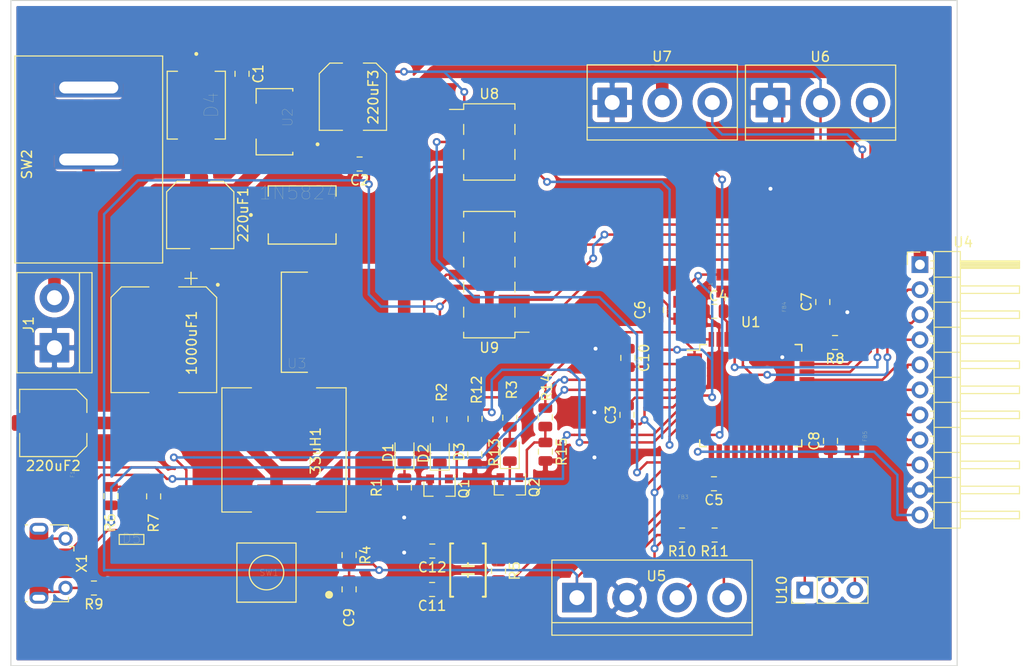
<source format=kicad_pcb>
(kicad_pcb (version 20211014) (generator pcbnew)
  (layers (0 "F.Cu" signal) (31 "B.Cu" signal) (34 "B.Paste" user) (35 "F.Paste" user) (36 "B.SilkS" user "B.Silkscreen") (37 "F.SilkS" user "F.Silkscreen") (38 "B.Mask" user) (39 "F.Mask" user) (44 "Edge.Cuts" user))
  (net 0 "")
  (net 1 "GND")
  (net 2 "/2596_VCC")
  (net 3 "Net-(1N5824-Pad1)")
  (net 4 "/SER_VCC")
  (net 5 "+5V")
  (net 6 "Net-(C4-Pad1)")
  (net 7 "Net-(C5-Pad2)")
  (net 8 "Net-(C6-Pad2)")
  (net 9 "Net-(C7-Pad2)")
  (net 10 "Net-(C8-Pad2)")
  (net 11 "Net-(C10-Pad2)")
  (net 12 "Net-(C11-Pad1)")
  (net 13 "Net-(C12-Pad1)")
  (net 14 "Net-(D1-Pad1)")
  (net 15 "Net-(D2-Pad2)")
  (net 16 "Net-(D2-Pad1)")
  (net 17 "Net-(D3-Pad2)")
  (net 18 "Net-(D3-Pad1)")
  (net 19 "Net-(D4-Pad1)")
  (net 20 "Net-(D5-Pad1)")
  (net 21 "Net-(D5-Pad3)")
  (net 22 "Net-(D5-Pad4)")
  (net 23 "Net-(D5-Pad5)")
  (net 24 "Net-(D5-Pad6)")
  (net 25 "VBUS")
  (net 26 "Net-(F1-Pad2)")
  (net 27 "Net-(J1-Pad2)")
  (net 28 "Net-(Q1-Pad1)")
  (net 29 "Net-(Q2-Pad1)")
  (net 30 "/~{RESET}")
  (net 31 "/D+")
  (net 32 "/D-")
  (net 33 "Net-(R8-Pad2)")
  (net 34 "Net-(R9-Pad2)")
  (net 35 "/CHA")
  (net 36 "/CHB")
  (net 37 "/PB0")
  (net 38 "/PE6")
  (net 39 "/A1")
  (net 40 "/A2")
  (net 41 "/TCK")
  (net 42 "/TMS")
  (net 43 "/TDO")
  (net 44 "/TDI")
  (net 45 "/ESC_PPM")
  (net 46 "/SERVO_PPM")
  (net 47 "/A3")
  (net 48 "/A4")
  (net 49 "/A5")
  (net 50 "/A6")
  (net 51 "/A7")
  (net 52 "/A8")
  (net 53 "/D0")
  (net 54 "/TX")
  (net 55 "/RX")
  (net 56 "/PWM_LINE")
  (net 57 "/MISO")
  (net 58 "/MOSI")
  (net 59 "/SCK")
  (net 60 "Net-(U9-Pad8)")
  (net 61 "Net-(U9-Pad7)")
  (net 62 "Net-(X1-Pad4)")
  (net 63 "Net-(SW1-Pad2)")
  (net 64 "Net-(SW1-Pad4)")
  (footprint "Capacitor_SMD:CP_Elec_10x10.5" (layer "F.Cu") (at 64.516 105.918 -90)
    (fp_text reference "1000uF1")
    (fp_text value "CP3")
  )
  (footprint "footprints:SS34_SMC" (layer "F.Cu") (at 78.55 93.26)
    (fp_text reference "1N5824")
    (fp_text value "D_Schottky")
  )
  (footprint "Capacitor_SMD:C_Elec_6.3x7.7" (layer "F.Cu") (at 68.21 93.26 -90)
    (fp_text reference "220uF1")
    (fp_text value "CP1")
  )
  (footprint "Capacitor_SMD:C_Elec_6.3x7.7" (layer "F.Cu") (at 53.3 114.36 180)
    (fp_text reference "220uF2")
    (fp_text value "CP4")
  )
  (footprint "Capacitor_SMD:C_Elec_6.3x7.7" (layer "F.Cu") (at 83.7 81.26 -90)
    (fp_text reference "220uF3")
    (fp_text value "CP2")
  )
  (footprint "Inductor_SMD:L_12x12mm_H8mm" (layer "F.Cu") (at 76.708 117.094 -90)
    (fp_text reference "33uH1")
    (fp_text value "INDUCTOR")
  )
  (footprint "Capacitor_SMD:C_0805_2012Metric" (layer "F.Cu") (at 72.45 78.94 -90)
    (fp_text reference "C1")
    (fp_text value "0.1uF")
  )
  (footprint "Capacitor_SMD:C_0805_2012Metric" (layer "F.Cu") (at 84.38 88.09 180)
    (fp_text reference "C2")
    (fp_text value "0.1uF")
  )
  (footprint "Capacitor_SMD:C_0805_2012Metric" (layer "F.Cu") (at 111.506 113.538 90)
    (fp_text reference "C3")
    (fp_text value "10uF")
  )
  (footprint "Capacitor_SMD:C_0805_2012Metric" (layer "F.Cu") (at 120.36 103.03 180)
    (fp_text reference "C4")
    (fp_text value "0.1uF")
  )
  (footprint "Capacitor_SMD:C_0805_2012Metric" (layer "F.Cu") (at 120.326 120.528 180)
    (fp_text reference "C5")
    (fp_text value "0.1uF")
  )
  (footprint "Capacitor_SMD:C_0805_2012Metric" (layer "F.Cu") (at 114.49 102.89 90)
    (fp_text reference "C6")
    (fp_text value "0.1uF")
  )
  (footprint "Capacitor_SMD:C_0805_2012Metric" (layer "F.Cu") (at 131.37 102.09 90)
    (fp_text reference "C7")
    (fp_text value "0.1uF")
  )
  (footprint "Capacitor_SMD:C_0805_2012Metric" (layer "F.Cu") (at 132.15 116.18 90)
    (fp_text reference "C8")
    (fp_text value "0.1uF")
  )
  (footprint "Capacitor_SMD:C_0805_2012Metric" (layer "F.Cu") (at 83.312 131.2395 90)
    (fp_text reference "C9")
    (fp_text value "0.1uF")
  )
  (footprint "Capacitor_SMD:C_0805_2012Metric" (layer "F.Cu") (at 111.59 107.76 -90)
    (fp_text reference "C10")
    (fp_text value "0.1uF")
  )
  (footprint "Capacitor_SMD:C_0805_2012Metric" (layer "F.Cu") (at 91.7325 131.256 180)
    (fp_text reference "C11")
    (fp_text value "22pF")
  )
  (footprint "Capacitor_SMD:C_0805_2012Metric" (layer "F.Cu") (at 91.75 127.356 180)
    (fp_text reference "C12")
    (fp_text value "22pF")
  )
  (footprint "LED_SMD:LED_0805_2012Metric" (layer "F.Cu") (at 88.932 117.378 90)
    (fp_text reference "D1")
    (fp_text value "PWR")
  )
  (footprint "LED_SMD:LED_0805_2012Metric" (layer "F.Cu") (at 92.514 117.4635 90)
    (fp_text reference "D2")
    (fp_text value "LED")
  )
  (footprint "LED_SMD:LED_0805_2012Metric" (layer "F.Cu") (at 99.614 117.296 90)
    (fp_text reference "D3")
    (fp_text value "LED")
  )
  (footprint "footprints:SS34_SMC" (layer "F.Cu") (at 67.81 82.12 -90)
    (fp_text reference "D4")
    (fp_text value "SS34")
  )
  (footprint "footprints:SC70-6" (layer "F.Cu") (at 61.242 126.178)
    (fp_text reference "D5")
    (fp_text value "SMF05C.TCT")
  )
  (footprint "footprints:FerriteBead" (layer "F.Cu") (at 55.88 121.666 -90)
    (fp_text reference "F1")
    (fp_text value "Polyfuse")
  )
  (footprint "footprints:FerriteBead" (layer "F.Cu") (at 121.31 100.17 90)
    (fp_text reference "FB1")
    (fp_text value "Ferrite")
  )
  (footprint "footprints:FerriteBead" (layer "F.Cu") (at 116.94 102.93 90)
    (fp_text reference "FB2")
    (fp_text value "Ferrite")
  )
  (footprint "footprints:FerriteBead" (layer "F.Cu") (at 116.736 120.558 180)
    (fp_text reference "FB3")
    (fp_text value "Ferrite")
  )
  (footprint "footprints:FerriteBead" (layer "F.Cu") (at 128.77 102.13 90)
    (fp_text reference "FB4")
    (fp_text value "Ferrite")
  )
  (footprint "footprints:FerriteBead" (layer "F.Cu") (at 134.33 116.18 -90)
    (fp_text reference "FB5")
    (fp_text value "Ferrite")
  )
  (footprint "footprints:FerriteBead" (layer "F.Cu") (at 113.94 107.79 90)
    (fp_text reference "FB6")
    (fp_text value "Ferrite")
  )
  (footprint "TerminalBlock:TerminalBlock_bornier-2_P5.08mm" (layer "F.Cu") (at 53.42 106.73 90)
    (fp_text reference "J1")
    (fp_text value "Conn_01x02_Female")
  )
  (footprint "Package_TO_SOT_SMD:SOT-23" (layer "F.Cu") (at 92.484 121.036 -90)
    (fp_text reference "Q1")
    (fp_text value "2N7002")
  )
  (footprint "Package_TO_SOT_SMD:SOT-23" (layer "F.Cu") (at 99.624 120.906 -90)
    (fp_text reference "Q2")
    (fp_text value "2N7002")
  )
  (footprint "Resistor_SMD:R_0805_2012Metric" (layer "F.Cu") (at 88.922 120.908 -90)
    (fp_text reference "R1")
    (fp_text value "1K")
  )
  (footprint "Resistor_SMD:R_0805_2012Metric" (layer "F.Cu") (at 92.524 113.996 -90)
    (fp_text reference "R2")
    (fp_text value "470")
  )
  (footprint "Resistor_SMD:R_0805_2012Metric" (layer "F.Cu") (at 99.614 113.826 -90)
    (fp_text reference "R3")
    (fp_text value "470")
  )
  (footprint "Resistor_SMD:R_0805_2012Metric" (layer "F.Cu") (at 83.312 127.762 -90)
    (fp_text reference "R4")
    (fp_text value "10k")
  )
  (footprint "Resistor_SMD:R_0805_2012Metric" (layer "F.Cu") (at 98.47 129.356 -90)
    (fp_text reference "R5")
    (fp_text value "1M")
  )
  (footprint "Resistor_SMD:R_0805_2012Metric" (layer "F.Cu") (at 59.152 121.778 90)
    (fp_text reference "R6")
    (fp_text value "22")
  )
  (footprint "Resistor_SMD:R_0805_2012Metric" (layer "F.Cu") (at 63.482 121.808 90)
    (fp_text reference "R7")
    (fp_text value "22")
  )
  (footprint "Resistor_SMD:R_0805_2012Metric" (layer "F.Cu") (at 132.61 106.2 180)
    (fp_text reference "R8")
    (fp_text value "10k")
  )
  (footprint "Resistor_SMD:R_0805_2012Metric" (layer "F.Cu") (at 57.424 131.106 180)
    (fp_text reference "R9")
    (fp_text value "22")
  )
  (footprint "Resistor_SMD:R_0805_2012Metric" (layer "F.Cu") (at 117.094 125.73 180)
    (fp_text reference "R10")
    (fp_text value "10k")
  )
  (footprint "Resistor_SMD:R_0805_2012Metric" (layer "F.Cu") (at 120.396 125.73 180)
    (fp_text reference "R11")
    (fp_text value "10k")
  )
  (footprint "Resistor_SMD:R_0805_2012Metric" (layer "F.Cu") (at 96.09 113.946 90)
    (fp_text reference "R12")
    (fp_text value "10")
  )
  (footprint "Resistor_SMD:R_0805_2012Metric" (layer "F.Cu") (at 96.06 117.536 -90)
    (fp_text reference "R13")
    (fp_text value "10K")
  )
  (footprint "Resistor_SMD:R_0805_2012Metric" (layer "F.Cu") (at 103.218 113.786 90)
    (fp_text reference "R14")
    (fp_text value "10")
  )
  (footprint "Resistor_SMD:R_0805_2012Metric" (layer "F.Cu") (at 103.228 117.276 -90)
    (fp_text reference "R15")
    (fp_text value "10K")
  )
  (footprint "footprints:ButtonFirst" (layer "F.Cu") (at 74.93 129.54 180)
    (fp_text reference "SW1")
    (fp_text value "ButtonFirst")
  )
  (footprint "footprints:TQFP-44_10x10mm_Pitch0.8mm" (layer "F.Cu") (at 124.06 111.58)
    (fp_text reference "U1")
    (fp_text value "ATMEGA32U4-AU")
  )
  (footprint "footprints:AMS1117" (layer "F.Cu") (at 75.74 83.8 90)
    (fp_text reference "U2")
    (fp_text value "AMS1117")
  )
  (footprint "footprints:LM2596S-5V" (layer "F.Cu") (at 78.994 104.14)
    (fp_text reference "U3")
    (fp_text value "LM2596S")
  )
  (footprint "TerminalBlock:TerminalBlock_bornier-4_P5.08mm" (layer "F.Cu") (at 106.426 132.08)
    (fp_text reference "U5")
    (fp_text value "ECD_BLOCK")
  )
  (footprint "TerminalBlock:TerminalBlock_bornier-3_P5.08mm" (layer "F.Cu") (at 126.062 81.864)
    (fp_text reference "U6")
    (fp_text value "ESC_BLOCK")
  )
  (footprint "TerminalBlock:TerminalBlock_bornier-3_P5.08mm" (layer "F.Cu") (at 110.002 81.844)
    (fp_text reference "U7")
    (fp_text value "SERVO_BLOCK")
  )
  (footprint "Connector_PinHeader_2.54mm:PinHeader_2x03_P2.54mm_Vertical_SMD" (layer "F.Cu") (at 97.536 85.852)
    (fp_text reference "U8")
    (fp_text value "CODE_INPUT")
  )
  (footprint "Connector_PinHeader_2.54mm:PinHeader_2x05_P2.54mm_Vertical_SMD" (layer "F.Cu") (at 97.536 99.314 180)
    (fp_text reference "U9")
    (fp_text value "JTAG")
  )
  (footprint "Connector_PinHeader_2.54mm:PinHeader_1x03_P2.54mm_Vertical" (layer "F.Cu") (at 129.54 131.318 90)
    (fp_text reference "U10")
    (fp_text value "UART_BLOCK")
  )
  (footprint "footprints:USB_Micro-B_Molex-105017-0001" (layer "F.Cu") (at 52.194 128.596 -90)
    (fp_text reference "X1")
    (fp_text value "USB_OTG")
  )
  (footprint "footprints:2-SMD-5X3" (layer "F.Cu") (at 95.37 129.286 -90)
    (fp_text reference "Y1")
    (fp_text value "Crystal")
  )
  (footprint "Connector_PinHeader_2.54mm:PinHeader_1x11_P2.54mm_Horizontal" (layer "F.Cu") (at 141.224 98.298)
    (fp_text reference "U4")
    (fp_text value "LINE_BLOCK")
  )
  (footprint "footprints:SwitchPush" (layer "F.Cu") (at 56.896 87.63 90)
    (fp_text reference "SW2")
    (fp_text value "SW_Push")
  )
  (gr_line (start 145 139) (end 49 139) (layer "Edge.Cuts") (width 0.1))
  (gr_line (start 145 71.5) (end 145 139) (layer "Edge.Cuts") (width 0.1))
  (gr_line (start 49 71.5) (end 145 71.5) (layer "Edge.Cuts") (width 0.1))
  (gr_line (start 49 139) (end 49 71.5) (layer "Edge.Cuts") (width 0.1))
  (segment (start 88.9 123.952) (end 88.9 123.952) (width 0.25) (layer "F.Cu") (net 1))
  (segment (start 126.062 90.6) (end 126.062 90.6) (width 0.25) (layer "F.Cu") (net 1))
  (segment (start 127.26 107.69) (end 127.26 107.69) (width 0.25) (layer "F.Cu") (net 1))
  (segment (start 108.3155 106.8225) (end 108.3155 106.8225) (width 0.25) (layer "F.Cu") (net 1))
  (segment (start 120.86 109.938) (end 121.666 110.744) (width 0.25) (layer "F.Cu") (net 1))
  (segment (start 129.76 116.105) (end 130.7725 117.1175) (width 0.25) (layer "F.Cu") (net 1))
  (segment (start 61.214 127.254) (end 61.214 130.302) (width 0.25) (layer "F.Cu") (net 1))
  (segment (start 118.36 110.78) (end 117.36 110.78) (width 0.25) (layer "F.Cu") (net 1))
  (segment (start 130.7725 117.1175) (end 131.45 117.1175) (width 0.25) (layer "F.Cu") (net 1))
  (segment (start 54.544 129.896) (end 58.268 129.896) (width 0.25) (layer "F.Cu") (net 1))
  (segment (start 58.3615 129.9895) (end 58.3615 131.106) (width 0.25) (layer "F.Cu") (net 1))
  (segment (start 88.9 122.355) (end 88.9 123.952) (width 0.25) (layer "F.Cu") (net 1))
  (segment (start 121.666 110.744) (end 122.46 111.538) (width 0.25) (layer "F.Cu") (net 1))
  (segment (start 112.2985 111.808) (end 111.506 112.6005) (width 0.25) (layer "F.Cu") (net 1))
  (segment (start 127.26 105.88) (end 127.26 107.194) (width 0.25) (layer "F.Cu") (net 1))
  (segment (start 88.922 122.333) (end 88.9 122.355) (width 0.25) (layer "F.Cu") (net 1))
  (segment (start 131.37 103.0275) (end 133.7615 103.0275) (width 0.25) (layer "F.Cu") (net 1))
  (segment (start 116.332 111.808) (end 112.2985 111.808) (width 0.25) (layer "F.Cu") (net 1))
  (segment (start 122.46 119.3315) (end 121.2635 120.528) (width 0.25) (layer "F.Cu") (net 1))
  (segment (start 88.922 121.8455) (end 88.922 122.333) (width 0.25) (layer "F.Cu") (net 1))
  (segment (start 122.438 115.58) (end 122.428 115.57) (width 0.25) (layer "F.Cu") (net 1))
  (segment (start 127.26 107.194) (end 127.26 107.69) (width 0.25) (layer "F.Cu") (net 1))
  (segment (start 122.46 117.28) (end 122.46 119.3315) (width 0.25) (layer "F.Cu") (net 1))
  (segment (start 127.26 105.88) (end 127.26 83.062) (width 0.25) (layer "F.Cu") (net 1))
  (segment (start 61.214 130.302) (end 60.41 131.106) (width 0.25) (layer "F.Cu") (net 1))
  (segment (start 120.86 104.59) (end 120.86 105.88) (width 0.25) (layer "F.Cu") (net 1))
  (segment (start 129.76 115.58) (end 122.438 115.58) (width 0.25) (layer "F.Cu") (net 1))
  (segment (start 61.242 127.128) (end 61.242 127.226) (width 0.25) (layer "F.Cu") (net 1))
  (segment (start 119.908027 103.515527) (end 119.908027 103.638027) (width 0.25) (layer "F.Cu") (net 1))
  (segment (start 129.76 115.58) (end 129.76 116.105) (width 0.25) (layer "F.Cu") (net 1))
  (segment (start 120.86 105.88) (end 120.86 109.938) (width 0.25) (layer "F.Cu") (net 1))
  (segment (start 119.4225 103.03) (end 119.908027 103.515527) (width 0.25) (layer "F.Cu") (net 1))
  (segment (start 118.36 110.78) (end 121.702 110.78) (width 0.25) (layer "F.Cu") (net 1))
  (segment (start 133.858 105.8895) (end 133.5475 106.2) (width 0.25) (layer "F.Cu") (net 1))
  (segment (start 119.908027 103.638027) (end 120.86 104.59) (width 0.25) (layer "F.Cu") (net 1))
  (segment (start 61.242 127.226) (end 61.214 127.254) (width 0.25) (layer "F.Cu") (net 1))
  (segment (start 126.062 81.864) (end 126.062 90.6) (width 0.25) (layer "F.Cu") (net 1))
  (segment (start 133.7615 103.0275) (end 133.858 103.124) (width 0.25) (layer "F.Cu") (net 1))
  (segment (start 58.268 129.896) (end 58.3615 129.9895) (width 0.25) (layer "F.Cu") (net 1))
  (segment (start 111.59 106.8225) (end 108.3155 106.8225) (width 0.25) (layer "F.Cu") (net 1))
  (segment (start 60.41 131.106) (end 58.3615 131.106) (width 0.25) (layer "F.Cu") (net 1))
  (segment (start 133.858 103.124) (end 133.858 105.8895) (width 0.25) (layer "F.Cu") (net 1))
  (segment (start 131.45 117.1175) (end 132.15 117.1175) (width 0.25) (layer "F.Cu") (net 1))
  (segment (start 121.702 110.78) (end 121.666 110.744) (width 0.25) (layer "F.Cu") (net 1))
  (segment (start 122.428 115.57) (end 122.46 117.28) (width 0.25) (layer "F.Cu") (net 1))
  (segment (start 117.36 110.78) (end 116.332 111.808) (width 0.25) (layer "F.Cu") (net 1))
  (segment (start 127.26 83.062) (end 126.062 81.864) (width 0.25) (layer "F.Cu") (net 1))
  (segment (start 122.46 111.538) (end 122.428 115.57) (width 0.25) (layer "F.Cu") (net 1))
  (via (at 88.9 127.508) (size 0.8) (drill 0.4) (layers "F.Cu" "B.Cu") (net 1))
  (via (at 127.26 107.69) (size 0.8) (drill 0.4) (layers "F.Cu" "B.Cu") (net 1))
  (via (at 88.9 123.952) (size 0.8) (drill 0.4) (layers "F.Cu" "B.Cu") (net 1))
  (via (at 126.062 90.6) (size 0.8) (drill 0.4) (layers "F.Cu" "B.Cu") (net 1))
  (via (at 133.858 103.124) (size 0.8) (drill 0.4) (layers "F.Cu" "B.Cu") (net 1))
  (via (at 108.3155 106.8225) (size 0.8) (drill 0.4) (layers "F.Cu" "B.Cu") (net 1))
  (via (at 108.204 117.856) (size 0.8) (drill 0.4) (layers "F.Cu" "B.Cu") (net 1))
  (via (at 108.204 113.284) (size 0.8) (drill 0.4) (layers "F.Cu" "B.Cu") (net 1))
  (segment (start 88.9 127.508) (end 88.9 127.508) (width 0.25) (layer "B.Cu") (net 1))
  (segment (start 133.858 103.124) (end 133.858 103.124) (width 0.25) (layer "B.Cu") (net 1))
  (segment (start 108.3155 106.8225) (end 108.3155 113.1725) (width 0.25) (layer "B.Cu") (net 1))
  (segment (start 126.062 90.6) (end 132.002 90.6) (width 0.25) (layer "B.Cu") (net 1))
  (segment (start 132.002 90.6) (end 133.858 92.456) (width 0.25) (layer "B.Cu") (net 1))
  (segment (start 108.204 113.284) (end 108.204 117.856) (width 0.25) (layer "B.Cu") (net 1))
  (segment (start 133.858 92.456) (end 133.858 103.124) (width 0.25) (layer "B.Cu") (net 1))
  (segment (start 132.594 107.69) (end 133.858 106.426) (width 0.25) (layer "B.Cu") (net 1))
  (segment (start 88.9 123.952) (end 88.9 127.508) (width 0.25) (layer "B.Cu") (net 1))
  (segment (start 108.3155 113.1725) (end 108.204 113.284) (width 0.25) (layer "B.Cu") (net 1))
  (segment (start 127.26 107.69) (end 132.594 107.69) (width 0.25) (layer "B.Cu") (net 1))
  (segment (start 133.858 106.426) (end 133.858 103.124) (width 0.25) (layer "B.Cu") (net 1))
  (segment (start 62.348 101.718) (end 64.516 101.718) (width 1.27) (layer "F.Cu") (net 2))
  (segment (start 75.88 86.67) (end 71.8275 90.7225) (width 1.27) (layer "F.Cu") (net 2))
  (segment (start 67.81 90.3225) (end 68.21 90.7225) (width 1.27) (layer "F.Cu") (net 2))
  (segment (start 78.39 78.01) (end 79.085 78.705) (width 1.27) (layer "F.Cu") (net 2))
  (segment (start 79.085 81.51) (end 77.16 81.51) (width 1.27) (layer "F.Cu") (net 2))
  (segment (start 65.494 100.74) (end 72.594 100.74) (width 1.27) (layer "F.Cu") (net 2))
  (segment (start 68.21 90.7225) (end 63.7095 90.7225) (width 1.27) (layer "F.Cu") (net 2))
  (segment (start 72.45 78.0025) (end 73.15 78.0025) (width 1.27) (layer "F.Cu") (net 2))
  (segment (start 61.214 100.584) (end 62.348 101.718) (width 1.27) (layer "F.Cu") (net 2))
  (segment (start 64.516 101.718) (end 65.494 100.74) (width 1.27) (layer "F.Cu") (net 2))
  (segment (start 71.8275 90.7225) (end 68.21 90.7225) (width 1.27) (layer "F.Cu") (net 2))
  (segment (start 77.16 81.51) (end 75.88 82.79) (width 1.27) (layer "F.Cu") (net 2))
  (segment (start 61.214 93.218) (end 61.214 100.584) (width 1.27) (layer "F.Cu") (net 2))
  (segment (start 79.085 78.705) (end 79.085 81.51) (width 1.27) (layer "F.Cu") (net 2))
  (segment (start 63.7095 90.7225) (end 61.214 93.218) (width 1.27) (layer "F.Cu") (net 2))
  (segment (start 67.81 85.575) (end 67.81 90.3225) (width 1.27) (layer "F.Cu") (net 2))
  (segment (start 73.15 78.0025) (end 73.1575 78.01) (width 1.27) (layer "F.Cu") (net 2))
  (segment (start 73.1575 78.01) (end 78.39 78.01) (width 1.27) (layer "F.Cu") (net 2))
  (segment (start 75.88 82.79) (end 75.88 86.67) (width 1.27) (layer "F.Cu") (net 2))
  (segment (start 75.759 102.44) (end 72.594 102.44) (width 1.27) (layer "F.Cu") (net 3))
  (segment (start 76.708 102.507) (end 76.708 112.144) (width 1.27) (layer "F.Cu") (net 3))
  (segment (start 76.2 97.225) (end 76.2 101.999) (width 1.27) (layer "F.Cu") (net 3))
  (segment (start 76.2 101.999) (end 76.708 102.507) (width 1.27) (layer "F.Cu") (net 3))
  (segment (start 75.095 96.12) (end 76.2 97.225) (width 1.27) (layer "F.Cu") (net 3))
  (segment (start 76.2 101.999) (end 75.759 102.44) (width 1.27) (layer "F.Cu") (net 3))
  (segment (start 75.095 93.26) (end 75.095 96.12) (width 1.27) (layer "F.Cu") (net 3))
  (segment (start 67.67 114.36) (end 70.926 114.36) (width 1.27) (layer "F.Cu") (net 4))
  (segment (start 72.594 105.84) (end 69.429 105.84) (width 1.27) (layer "F.Cu") (net 4))
  (segment (start 69.429 105.84) (end 67.67 107.599) (width 1.27) (layer "F.Cu") (net 4))
  (segment (start 83.058 113.538) (end 85.344 111.252) (width 1.27) (layer "F.Cu") (net 4))
  (segment (start 139.192 78.74) (end 141.224 80.772) (width 1.27) (layer "F.Cu") (net 4))
  (segment (start 79.502 119.38) (end 83.058 115.824) (width 1.27) (layer "F.Cu") (net 4))
  (segment (start 75.946 119.38) (end 79.502 119.38) (width 1.27) (layer "F.Cu") (net 4))
  (segment (start 88.138 111.252) (end 88.9 110.49) (width 1.27) (layer "F.Cu") (net 4))
  (segment (start 75.946 119.38) (end 75.946 121.282) (width 1.27) (layer "F.Cu") (net 4))
  (segment (start 88.9 110.49) (end 88.9 81.788) (width 1.27) (layer "F.Cu") (net 4))
  (segment (start 115.082 79.72268) (end 115.082 81.844) (width 1.27) (layer "F.Cu") (net 4))
  (segment (start 67.67 107.599) (end 67.67 114.36) (width 1.27) (layer "F.Cu") (net 4))
  (segment (start 83.058 115.824) (end 83.058 113.538) (width 1.27) (layer "F.Cu") (net 4))
  (segment (start 114.09932 78.74) (end 139.192 78.74) (width 1.27) (layer "F.Cu") (net 4))
  (segment (start 70.926 114.36) (end 75.946 119.38) (width 1.27) (layer "F.Cu") (net 4))
  (segment (start 88.9 81.788) (end 91.948 78.74) (width 1.27) (layer "F.Cu") (net 4))
  (segment (start 141.224 80.772) (end 141.224 98.298) (width 1.27) (layer "F.Cu") (net 4))
  (segment (start 75.946 121.282) (end 76.708 122.044) (width 1.27) (layer "F.Cu") (net 4))
  (segment (start 114.09932 78.74) (end 115.082 79.72268) (width 1.27) (layer "F.Cu") (net 4))
  (segment (start 67.67 114.36) (end 55.8375 114.36) (width 1.27) (layer "F.Cu") (net 4))
  (segment (start 91.948 78.74) (end 114.09932 78.74) (width 1.27) (layer "F.Cu") (net 4))
  (segment (start 85.344 111.252) (end 88.138 111.252) (width 1.27) (layer "F.Cu") (net 4))
  (segment (start 88.8825 78.7225) (end 88.8825 78.7225) (width 0.25) (layer "F.Cu") (net 5))
  (segment (start 85.3175 90.1435) (end 85.3175 90.1435) (width 0.25) (layer "F.Cu") (net 5))
  (segment (start 114.3 127.099) (end 114.3 134.112) (width 0.25) (layer "F.Cu") (net 5))
  (segment (start 92.524 102.548) (end 92.524 112.571) (width 0.25) (layer "F.Cu") (net 5))
  (segment (start 116.586 106.934) (end 116.586 106.934) (width 0.25) (layer "F.Cu") (net 5))
  (segment (start 118.732 99.428) (end 118.85 99.31) (width 0.25) (layer "F.Cu") (net 5))
  (segment (start 113.284 114.046) (end 112.8545 114.4755) (width 0.25) (layer "F.Cu") (net 5))
  (segment (start 116.94 101.22) (end 118.732 99.428) (width 0.25) (layer "F.Cu") (net 5))
  (segment (start 85.3175 88.09) (end 85.3175 90.1435) (width 0.25) (layer "F.Cu") (net 5))
  (segment (start 81.33 82.46) (end 81.33 85.12) (width 0.25) (layer "F.Cu") (net 5))
  (segment (start 79.085 83.8) (end 79.99 83.8) (width 0.25) (layer "F.Cu") (net 5))
  (segment (start 94.996 80.772) (end 94.996 83.297) (width 0.25) (layer "F.Cu") (net 5))
  (segment (start 117.36 111.58) (end 116.164 112.776) (width 0.25) (layer "F.Cu") (net 5))
  (segment (start 110.744 129.54) (end 106.934 129.54) (width 0.25) (layer "F.Cu") (net 5))
  (segment (start 119.4585 133.7795) (end 119.4585 125.73) (width 0.25) (layer "F.Cu") (net 5))
  (segment (start 120.325 99.31) (end 121.31 99.31) (width 0.25) (layer "F.Cu") (net 5))
  (segment (start 114.3 127.099) (end 114.3 127.099) (width 0.25) (layer "F.Cu") (net 5))
  (segment (start 116.1565 125.73) (end 115.669 125.73) (width 0.25) (layer "F.Cu") (net 5))
  (segment (start 135.382 135.128) (end 118.11 135.128) (width 0.25) (layer "F.Cu") (net 5))
  (segment (start 128.77 99.83) (end 128.77 101.27) (width 0.25) (layer "F.Cu") (net 5))
  (segment (start 83.7 78.7225) (end 84.5 78.7225) (width 0.25) (layer "F.Cu") (net 5))
  (segment (start 81.33 82.46) (end 81.33 79.49) (width 0.25) (layer "F.Cu") (net 5))
  (segment (start 114.554 125.73) (end 110.744 129.54) (width 0.25) (layer "F.Cu") (net 5))
  (segment (start 98.4855 111.76) (end 99.614 112.8885) (width 0.25) (layer "F.Cu") (net 5))
  (segment (start 112.8545 114.4755) (end 111.506 114.4755) (width 0.25) (layer "F.Cu") (net 5))
  (segment (start 85.7735 128.6995) (end 86.36 129.286) (width 0.25) (layer "F.Cu") (net 5))
  (segment (start 131.142 81.864) (end 131.142 97.458) (width 0.25) (layer "F.Cu") (net 5))
  (segment (start 92.524 112.571) (end 93.335 111.76) (width 0.25) (layer "F.Cu") (net 5))
  (segment (start 114.925 106.93) (end 114.929 106.934) (width 0.25) (layer "F.Cu") (net 5))
  (segment (start 92.524 102.516) (end 92.524 102.548) (width 0.25) (layer "F.Cu") (net 5))
  (segment (start 83.312 128.6995) (end 83.312 130.302) (width 0.25) (layer "F.Cu") (net 5))
  (segment (start 82.0975 78.7225) (end 83.7 78.7225) (width 0.25) (layer "F.Cu") (net 5))
  (segment (start 93.186 101.854) (end 92.524 102.516) (width 0.25) (layer "F.Cu") (net 5))
  (segment (start 106.934 129.54) (end 106.426 130.048) (width 0.25) (layer "F.Cu") (net 5))
  (segment (start 134.33 117.04) (end 134.33 117.89) (width 0.25) (layer "F.Cu") (net 5))
  (segment (start 94.996 83.297) (end 95.011 83.312) (width 0.25) (layer "F.Cu") (net 5))
  (segment (start 88.932 114.776) (end 90.6495 113.0585) (width 0.25) (layer "F.Cu") (net 5))
  (segment (start 85.02 86.49) (end 85.3175 86.7875) (width 0.25) (layer "F.Cu") (net 5))
  (segment (start 113.284 112.776) (end 113.284 114.046) (width 0.25) (layer "F.Cu") (net 5))
  (segment (start 118.36 111.58) (end 117.36 111.58) (width 0.25) (layer "F.Cu") (net 5))
  (segment (start 115.154 120.558) (end 114.3 121.412) (width 0.25) (layer "F.Cu") (net 5))
  (segment (start 114.929 106.934) (end 116.586 106.934) (width 0.25) (layer "F.Cu") (net 5))
  (segment (start 118.11 135.128) (end 119.4585 133.7795) (width 0.25) (layer "F.Cu") (net 5))
  (segment (start 83.312 128.6995) (end 85.7735 128.6995) (width 0.25) (layer "F.Cu") (net 5))
  (segment (start 95.011 101.854) (end 93.186 101.854) (width 0.25) (layer "F.Cu") (net 5))
  (segment (start 136.906 133.604) (end 135.382 135.128) (width 0.25) (layer "F.Cu") (net 5))
  (segment (start 85.3175 86.7875) (end 85.3175 88.09) (width 0.25) (layer "F.Cu") (net 5))
  (segment (start 81.33 85.12) (end 82.7 86.49) (width 0.25) (layer "F.Cu") (net 5))
  (segment (start 92.524 112.571) (end 92.524 113.0585) (width 0.25) (layer "F.Cu") (net 5))
  (segment (start 116.94 102.07) (end 116.94 101.22) (width 0.25) (layer "F.Cu") (net 5))
  (segment (start 118.85 99.31) (end 120.325 99.31) (width 0.25) (layer "F.Cu") (net 5))
  (segment (start 118.36 111.58) (end 119.962 111.58) (width 0.25) (layer "F.Cu") (net 5))
  (segment (start 106.426 130.048) (end 106.426 132.08) (width 0.25) (layer "F.Cu") (net 5))
  (segment (start 134.33 117.89) (end 136.906 120.466) (width 0.25) (layer "F.Cu") (net 5))
  (segment (start 119.962 111.58) (end 120.142 111.76) (width 0.25) (layer "F.Cu") (net 5))
  (segment (start 84.5 78.7225) (end 84.5175 78.74) (width 0.25) (layer "F.Cu") (net 5))
  (segment (start 93.335 111.76) (end 98.4855 111.76) (width 0.25) (layer "F.Cu") (net 5))
  (segment (start 113.94 106.93) (end 114.925 106.93) (width 0.25) (layer "F.Cu") (net 5))
  (segment (start 131.142 97.458) (end 128.77 99.83) (width 0.25) (layer "F.Cu") (net 5))
  (segment (start 115.669 125.73) (end 114.3 127.099) (width 0.25) (layer "F.Cu") (net 5))
  (segment (start 136.906 120.466) (end 136.906 133.604) (width 0.25) (layer "F.Cu") (net 5))
  (segment (start 83.7 78.7225) (end 88.8825 78.7225) (width 0.25) (layer "F.Cu") (net 5))
  (segment (start 79.99 83.8) (end 81.33 82.46) (width 0.25) (layer "F.Cu") (net 5))
  (segment (start 115.876 120.558) (end 115.154 120.558) (width 0.25) (layer "F.Cu") (net 5))
  (segment (start 81.33 79.49) (end 82.0975 78.7225) (width 0.25) (layer "F.Cu") (net 5))
  (segment (start 115.316 135.128) (end 118.11 135.128) (width 0.25) (layer "F.Cu") (net 5))
  (segment (start 116.1565 125.73) (end 114.554 125.73) (width 0.25) (layer "F.Cu") (net 5))
  (segment (start 116.164 112.776) (end 113.284 112.776) (width 0.25) (layer "F.Cu") (net 5))
  (segment (start 114.3 134.112) (end 115.316 135.128) (width 0.25) (layer "F.Cu") (net 5))
  (segment (start 88.932 116.4405) (end 88.932 114.776) (width 0.25) (layer "F.Cu") (net 5))
  (segment (start 90.6495 113.0585) (end 92.524 113.0585) (width 0.25) (layer "F.Cu") (net 5))
  (segment (start 82.7 86.49) (end 85.02 86.49) (width 0.25) (layer "F.Cu") (net 5))
  (via (at 86.36 129.286) (size 0.8) (drill 0.4) (layers "F.Cu" "B.Cu") (net 5))
  (via (at 113.284 114.046) (size 0.8) (drill 0.4) (layers "F.Cu" "B.Cu") (net 5))
  (via (at 120.142 111.76) (size 0.8) (drill 0.4) (layers "F.Cu" "B.Cu") (net 5))
  (via (at 116.586 106.934) (size 0.8) (drill 0.4) (layers "F.Cu" "B.Cu") (net 5))
  (via (at 114.3 121.412) (size 0.8) (drill 0.4) (layers "F.Cu" "B.Cu") (net 5))
  (via (at 114.3 127.099) (size 0.8) (drill 0.4) (layers "F.Cu" "B.Cu") (net 5))
  (via (at 88.8825 78.7225) (size 0.8) (drill 0.4) (layers "F.Cu" "B.Cu") (net 5))
  (via (at 118.732 99.428) (size 0.8) (drill 0.4) (layers "F.Cu" "B.Cu") (net 5))
  (via (at 92.524 102.548) (size 0.8) (drill 0.4) (layers "F.Cu" "B.Cu") (net 5))
  (via (at 94.996 80.772) (size 0.8) (drill 0.4) (layers "F.Cu" "B.Cu") (net 5))
  (via (at 85.3175 90.1435) (size 0.8) (drill 0.4) (layers "F.Cu" "B.Cu") (net 5))
  (segment (start 94.996 80.772) (end 94.996 80.772) (width 0.25) (layer "B.Cu") (net 5))
  (segment (start 114.3 121.412) (end 114.3 121.412) (width 0.25) (layer "B.Cu") (net 5))
  (segment (start 113.284 114.046) (end 113.284 114.046) (width 0.25) (layer "B.Cu") (net 5))
  (segment (start 86.36 129.286) (end 105.918 129.286) (width 0.25) (layer "B.Cu") (net 5))
  (segment (start 120.142 111.76) (end 120.142 111.76) (width 0.25) (layer "B.Cu") (net 5))
  (segment (start 88.8825 78.7225) (end 92.9465 78.7225) (width 0.25) (layer "B.Cu") (net 5))
  (segment (start 114.3 115.062) (end 113.284 114.046) (width 0.25) (layer "B.Cu") (net 5))
  (segment (start 120.142 107.95) (end 120.142 111.76) (width 0.25) (layer "B.Cu") (net 5))
  (segment (start 119.126 106.934) (end 120.142 107.95) (width 0.25) (layer "B.Cu") (net 5))
  (segment (start 85.3175 90.1435) (end 84.917501 89.743501) (width 0.25) (layer "B.Cu") (net 5))
  (segment (start 85.3175 101.3195) (end 85.3175 90.1435) (width 0.25) (layer "B.Cu") (net 5))
  (segment (start 86.546 102.548) (end 85.3175 101.3195) (width 0.25) (layer "B.Cu") (net 5))
  (segment (start 92.9465 78.7225) (end 94.996 80.772) (width 0.25) (layer "B.Cu") (net 5))
  (segment (start 105.918 129.286) (end 106.426 129.794) (width 0.25) (layer "B.Cu") (net 5))
  (segment (start 116.586 106.934) (end 119.126 106.934) (width 0.25) (layer "B.Cu") (net 5))
  (segment (start 88.8825 78.7225) (end 130.2845 78.7225) (width 0.25) (layer "B.Cu") (net 5))
  (segment (start 118.732 99.428) (end 118.732 99.993685) (width 0.25) (layer "B.Cu") (net 5))
  (segment (start 58.456999 93.181001) (end 58.456999 129.322999) (width 0.25) (layer "B.Cu") (net 5))
  (segment (start 106.426 129.794) (end 106.426 132.08) (width 0.25) (layer "B.Cu") (net 5))
  (segment (start 58.456999 129.322999) (end 58.493998 129.286) (width 0.25) (layer "B.Cu") (net 5))
  (segment (start 118.732 99.993685) (end 120.142 101.403685) (width 0.25) (layer "B.Cu") (net 5))
  (segment (start 92.524 102.548) (end 86.546 102.548) (width 0.25) (layer "B.Cu") (net 5))
  (segment (start 120.142 101.403685) (end 120.142 107.95) (width 0.25) (layer "B.Cu") (net 5))
  (segment (start 131.142 79.58) (end 131.142 81.864) (width 0.25) (layer "B.Cu") (net 5))
  (segment (start 114.3 127.099) (end 114.3 121.412) (width 0.25) (layer "B.Cu") (net 5))
  (segment (start 58.493998 129.286) (end 86.36 129.286) (width 0.25) (layer "B.Cu") (net 5))
  (segment (start 130.2845 78.7225) (end 131.142 79.58) (width 0.25) (layer "B.Cu") (net 5))
  (segment (start 61.894499 89.743501) (end 58.456999 93.181001) (width 0.25) (layer "B.Cu") (net 5))
  (segment (start 84.917501 89.743501) (end 61.894499 89.743501) (width 0.25) (layer "B.Cu") (net 5))
  (segment (start 114.3 121.412) (end 114.3 115.062) (width 0.25) (layer "B.Cu") (net 5))
  (segment (start 121.2975 103.03) (end 121.2975 103.73) (width 0.25) (layer "F.Cu") (net 6))
  (segment (start 121.31 103.0175) (end 121.2975 103.03) (width 0.25) (layer "F.Cu") (net 6))
  (segment (start 121.31 101.03) (end 121.31 103.0175) (width 0.25) (layer "F.Cu") (net 6))
  (segment (start 121.66 104.0925) (end 121.66 105.88) (width 0.25) (layer "F.Cu") (net 6))
  (segment (start 121.2975 103.73) (end 121.66 104.0925) (width 0.25) (layer "F.Cu") (net 6))
  (segment (start 119.3585 120.558) (end 119.3885 120.528) (width 0.25) (layer "F.Cu") (net 7))
  (segment (start 121.66 117.28) (end 121.66 118.28) (width 0.25) (layer "F.Cu") (net 7))
  (segment (start 120.3725 119.544) (end 119.3885 120.528) (width 0.25) (layer "F.Cu") (net 7))
  (segment (start 121.66 118.28) (end 120.396 119.544) (width 0.25) (layer "F.Cu") (net 7))
  (segment (start 117.596 120.558) (end 119.3585 120.558) (width 0.25) (layer "F.Cu") (net 7))
  (segment (start 120.396 119.544) (end 120.3725 119.544) (width 0.25) (layer "F.Cu") (net 7))
  (segment (start 114.49 101.9525) (end 115.19 101.9525) (width 0.25) (layer "F.Cu") (net 8))
  (segment (start 119.535 105.88) (end 120.06 105.88) (width 0.25) (layer "F.Cu") (net 8))
  (segment (start 115.67 103.505) (end 115.955 103.79) (width 0.25) (layer "F.Cu") (net 8))
  (segment (start 115.19 101.9525) (end 115.67 102.4325) (width 0.25) (layer "F.Cu") (net 8))
  (segment (start 118.18 105.88) (end 119.535 105.88) (width 0.25) (layer "F.Cu") (net 8))
  (segment (start 115.67 102.4325) (end 115.67 103.505) (width 0.25) (layer "F.Cu") (net 8))
  (segment (start 116.94 104.64) (end 118.18 105.88) (width 0.25) (layer "F.Cu") (net 8))
  (segment (start 115.955 103.79) (end 116.94 103.79) (width 0.25) (layer "F.Cu") (net 8))
  (segment (start 116.94 103.79) (end 116.94 104.64) (width 0.25) (layer "F.Cu") (net 8))
  (segment (start 129.755 102.99) (end 130.13 102.615) (width 0.25) (layer "F.Cu") (net 9))
  (segment (start 128.77 105.695) (end 128.77 103.84) (width 0.25) (layer "F.Cu") (net 9))
  (segment (start 128.77 102.99) (end 129.755 102.99) (width 0.25) (layer "F.Cu") (net 9))
  (segment (start 128.06 105.88) (end 128.585 105.88) (width 0.25) (layer "F.Cu") (net 9))
  (segment (start 130.13 101.49) (end 130.4675 101.1525) (width 0.25) (layer "F.Cu") (net 9))
  (segment (start 130.13 102.615) (end 130.13 101.49) (width 0.25) (layer "F.Cu") (net 9))
  (segment (start 128.585 105.88) (end 128.77 105.695) (width 0.25) (layer "F.Cu") (net 9))
  (segment (start 130.4675 101.1525) (end 131.37 101.1525) (width 0.25) (layer "F.Cu") (net 9))
  (segment (start 128.77 103.84) (end 128.77 102.99) (width 0.25) (layer "F.Cu") (net 9))
  (segment (start 131.6875 114.78) (end 132.15 115.2425) (width 0.25) (layer "F.Cu") (net 10))
  (segment (start 129.76 114.78) (end 131.6875 114.78) (width 0.25) (layer "F.Cu") (net 10))
  (segment (start 134.2525 115.2425) (end 134.33 115.32) (width 0.25) (layer "F.Cu") (net 10))
  (segment (start 132.15 115.2425) (end 134.2525 115.2425) (width 0.25) (layer "F.Cu") (net 10))
  (segment (start 111.6375 108.65) (end 111.59 108.6975) (width 0.25) (layer "F.Cu") (net 11))
  (segment (start 113.94 108.65) (end 111.6375 108.65) (width 0.25) (layer "F.Cu") (net 11))
  (segment (start 118.36 108.38) (end 114.21 108.38) (width 0.25) (layer "F.Cu") (net 11))
  (segment (start 114.21 108.38) (end 113.94 108.65) (width 0.25) (layer "F.Cu") (net 11))
  (segment (start 102.362 127.762) (end 100.33 129.794) (width 0.25) (layer "F.Cu") (net 12))
  (segment (start 124.06 117.28) (end 124.06 121.05) (width 0.25) (layer "F.Cu") (net 12))
  (segment (start 115.824 123.444) (end 111.506 127.762) (width 0.25) (layer "F.Cu") (net 12))
  (segment (start 121.666 123.444) (end 115.824 123.444) (width 0.25) (layer "F.Cu") (net 12))
  (segment (start 96.82 131.286) (end 95.37 131.286) (width 0.25) (layer "F.Cu") (net 12))
  (segment (start 100.0845 130.2935) (end 98.47 130.2935) (width 0.25) (layer "F.Cu") (net 12))
  (segment (start 98.47 130.2935) (end 98.47 130.781) (width 0.25) (layer "F.Cu") (net 12))
  (segment (start 92.7 131.286) (end 92.67 131.256) (width 0.25) (layer "F.Cu") (net 12))
  (segment (start 95.37 131.286) (end 92.7 131.286) (width 0.25) (layer "F.Cu") (net 12))
  (segment (start 100.33 129.794) (end 100.33 130.048) (width 0.25) (layer "F.Cu") (net 12))
  (segment (start 124.06 121.05) (end 121.666 123.444) (width 0.25) (layer "F.Cu") (net 12))
  (segment (start 97.965 131.286) (end 96.82 131.286) (width 0.25) (layer "F.Cu") (net 12))
  (segment (start 98.47 130.781) (end 97.965 131.286) (width 0.25) (layer "F.Cu") (net 12))
  (segment (start 111.506 127.762) (end 102.362 127.762) (width 0.25) (layer "F.Cu") (net 12))
  (segment (start 100.33 130.048) (end 100.0845 130.2935) (width 0.25) (layer "F.Cu") (net 12))
  (segment (start 101.854 127) (end 100.4355 128.4185) (width 0.25) (layer "F.Cu") (net 13))
  (segment (start 96.82 127.286) (end 95.37 127.286) (width 0.25) (layer "F.Cu") (net 13))
  (segment (start 98.47 127.931) (end 97.825 127.286) (width 0.25) (layer "F.Cu") (net 13))
  (segment (start 123.26 117.28) (end 123.26 120.58) (width 0.25) (layer "F.Cu") (net 13))
  (segment (start 97.825 127.286) (end 96.82 127.286) (width 0.25) (layer "F.Cu") (net 13))
  (segment (start 115.57 122.682) (end 111.252 127) (width 0.25) (layer "F.Cu") (net 13))
  (segment (start 95.37 127.286) (end 92.7575 127.286) (width 0.25) (layer "F.Cu") (net 13))
  (segment (start 123.26 120.58) (end 121.158 122.682) (width 0.25) (layer "F.Cu") (net 13))
  (segment (start 121.158 122.682) (end 115.57 122.682) (width 0.25) (layer "F.Cu") (net 13))
  (segment (start 98.47 128.4185) (end 98.47 127.931) (width 0.25) (layer "F.Cu") (net 13))
  (segment (start 111.252 127) (end 101.854 127) (width 0.25) (layer "F.Cu") (net 13))
  (segment (start 100.4355 128.4185) (end 98.47 128.4185) (width 0.25) (layer "F.Cu") (net 13))
  (segment (start 92.7575 127.286) (end 92.6875 127.356) (width 0.25) (layer "F.Cu") (net 13))
  (segment (start 88.932 119.9605) (end 88.922 119.9705) (width 0.25) (layer "F.Cu") (net 14))
  (segment (start 88.932 118.3155) (end 88.932 119.9605) (width 0.25) (layer "F.Cu") (net 14))
  (segment (start 92.524 116.516) (end 92.514 116.526) (width 0.25) (layer "F.Cu") (net 15))
  (segment (start 92.524 114.9335) (end 92.524 116.516) (width 0.25) (layer "F.Cu") (net 15))
  (segment (start 92.514 118.401) (end 92.514 122.006) (width 0.25) (layer "F.Cu") (net 16))
  (segment (start 92.514 122.006) (end 92.484 122.036) (width 0.25) (layer "F.Cu") (net 16))
  (segment (start 99.614 114.7635) (end 99.614 116.3585) (width 0.25) (layer "F.Cu") (net 17))
  (segment (start 99.614 121.896) (end 99.624 121.906) (width 0.25) (layer "F.Cu") (net 18))
  (segment (start 99.614 118.2335) (end 99.614 121.896) (width 0.25) (layer "F.Cu") (net 18))
  (segment (start 56.88 78.75) (end 56.965 78.665) (width 1.27) (layer "F.Cu") (net 19))
  (segment (start 56.88 80.52) (end 56.88 78.75) (width 1.27) (layer "F.Cu") (net 19))
  (segment (start 64.95 78.665) (end 67.81 78.665) (width 1.27) (layer "F.Cu") (net 19))
  (segment (start 56.965 78.665) (end 64.95 78.665) (width 1.27) (layer "F.Cu") (net 19))
  (segment (start 57.404 125.896002) (end 57.404 120.396) (width 0.25) (layer "F.Cu") (net 22))
  (segment (start 63.482 120.8705) (end 62.5175 120.8705) (width 0.25) (layer "F.Cu") (net 22))
  (segment (start 55.354002 127.946) (end 57.404 125.896002) (width 0.25) (layer "F.Cu") (net 22))
  (segment (start 57.404 120.396) (end 58.166 119.634) (width 0.25) (layer "F.Cu") (net 22))
  (segment (start 63.482 120.124) (end 63.482 120.8705) (width 0.25) (layer "F.Cu") (net 22))
  (segment (start 61.892 121.496) (end 61.892 125.228) (width 0.25) (layer "F.Cu") (net 22))
  (segment (start 58.166 119.634) (end 62.992 119.634) (width 0.25) (layer "F.Cu") (net 22))
  (segment (start 62.5175 120.8705) (end 61.892 121.496) (width 0.25) (layer "F.Cu") (net 22))
  (segment (start 54.544 127.946) (end 55.354002 127.946) (width 0.25) (layer "F.Cu") (net 22))
  (segment (start 62.992 119.634) (end 63.482 120.124) (width 0.25) (layer "F.Cu") (net 22))
  (segment (start 60.592 121.298) (end 60.592 125.228) (width 0.25) (layer "F.Cu") (net 24))
  (segment (start 59.152 120.8405) (end 60.1345 120.8405) (width 0.25) (layer "F.Cu") (net 24))
  (segment (start 60.1345 120.8405) (end 60.592 121.298) (width 0.25) (layer "F.Cu") (net 24))
  (segment (start 55.469 128.596) (end 58.843 125.222) (width 0.25) (layer "F.Cu") (net 24))
  (segment (start 58.843 125.222) (end 58.849 125.228) (width 0.25) (layer "F.Cu") (net 24))
  (segment (start 58.849 125.228) (end 60.592 125.228) (width 0.25) (layer "F.Cu") (net 24))
  (segment (start 54.544 128.596) (end 55.469 128.596) (width 0.25) (layer "F.Cu") (net 24))
  (segment (start 105.41 115.57) (end 105.41 115.57) (width 0.25) (layer "F.Cu") (net 25))
  (segment (start 56.388 118.872) (end 55.88 119.38) (width 0.25) (layer "F.Cu") (net 25))
  (segment (start 118.36 112.38) (end 117.36 112.38) (width 0.25) (layer "F.Cu") (net 25))
  (segment (start 65.386001 120.033999) (end 64.820316 120.033999) (width 0.25) (layer "F.Cu") (net 25))
  (segment (start 55.88 119.38) (end 55.88 120.806) (width 0.25) (layer "F.Cu") (net 25))
  (segment (start 64.820316 120.033999) (end 63.658317 118.872) (width 0.25) (layer "F.Cu") (net 25))
  (segment (start 63.658317 118.872) (end 56.388 118.872) (width 0.25) (layer "F.Cu") (net 25))
  (segment (start 117.36 112.38) (end 114.17 115.57) (width 0.25) (layer "F.Cu") (net 25))
  (segment (start 106.172 115.57) (end 105.41 115.57) (width 0.25) (layer "F.Cu") (net 25))
  (segment (start 114.17 115.57) (end 106.172 115.57) (width 0.25) (layer "F.Cu") (net 25))
  (via (at 105.41 115.57) (size 0.8) (drill 0.4) (layers "F.Cu" "B.Cu") (net 25))
  (via (at 65.386001 120.033999) (size 0.8) (drill 0.4) (layers "F.Cu" "B.Cu") (net 25))
  (segment (start 65.386001 120.033999) (end 65.169999 120.033999) (width 0.25) (layer "B.Cu") (net 25))
  (segment (start 105.010001 120.033999) (end 65.386001 120.033999) (width 0.25) (layer "B.Cu") (net 25))
  (segment (start 105.010001 115.969999) (end 105.010001 120.033999) (width 0.25) (layer "B.Cu") (net 25))
  (segment (start 105.41 115.57) (end 105.010001 115.969999) (width 0.25) (layer "B.Cu") (net 25))
  (segment (start 55.88 126.435) (end 55.019 127.296) (width 0.25) (layer "F.Cu") (net 26))
  (segment (start 55.88 122.526) (end 55.88 126.435) (width 0.25) (layer "F.Cu") (net 26))
  (segment (start 55.019 127.296) (end 54.544 127.296) (width 0.25) (layer "F.Cu") (net 26))
  (segment (start 56.88 87.82) (end 56.88 89.59) (width 1.27) (layer "F.Cu") (net 27))
  (segment (start 53.42 93.05) (end 53.42 101.65) (width 1.27) (layer "F.Cu") (net 27))
  (segment (start 56.88 89.59) (end 53.42 93.05) (width 1.27) (layer "F.Cu") (net 27))
  (segment (start 94.084 120.036) (end 93.434 120.036) (width 0.25) (layer "F.Cu") (net 28))
  (segment (start 96.09 116.5685) (end 96.06 116.5985) (width 0.25) (layer "F.Cu") (net 28))
  (segment (start 96.09 114.8835) (end 96.09 116.5685) (width 0.25) (layer "F.Cu") (net 28))
  (segment (start 96.06 116.5985) (end 94.9835 116.5985) (width 0.25) (layer "F.Cu") (net 28))
  (segment (start 94.9835 116.5985) (end 94.234 117.348) (width 0.25) (layer "F.Cu") (net 28))
  (segment (start 94.234 119.886) (end 94.084 120.036) (width 0.25) (layer "F.Cu") (net 28))
  (segment (start 94.234 117.348) (end 94.234 119.886) (width 0.25) (layer "F.Cu") (net 28))
  (segment (start 101.224 119.906) (end 100.574 119.906) (width 0.25) (layer "F.Cu") (net 29))
  (segment (start 101.346 117.094) (end 101.346 119.784) (width 0.25) (layer "F.Cu") (net 29))
  (segment (start 103.218 114.7235) (end 103.218 116.3285) (width 0.25) (layer "F.Cu") (net 29))
  (segment (start 101.346 119.784) (end 101.224 119.906) (width 0.25) (layer "F.Cu") (net 29))
  (segment (start 102.1015 116.3385) (end 101.346 117.094) (width 0.25) (layer "F.Cu") (net 29))
  (segment (start 103.228 116.3385) (end 102.1015 116.3385) (width 0.25) (layer "F.Cu") (net 29))
  (segment (start 103.218 116.3285) (end 103.228 116.3385) (width 0.25) (layer "F.Cu") (net 29))
  (segment (start 88.646 113.538) (end 87.122 113.538) (width 0.25) (layer "F.Cu") (net 30))
  (segment (start 108.712 125.476) (end 84.6605 125.476) (width 0.25) (layer "F.Cu") (net 30))
  (segment (start 95.011 88.392) (end 91.948 88.392) (width 0.25) (layer "F.Cu") (net 30))
  (segment (start 90.932 111.252) (end 88.646 113.538) (width 0.25) (layer "F.Cu") (net 30))
  (segment (start 95.011 99.314) (end 93.186 99.314) (width 0.25) (layer "F.Cu") (net 30))
  (segment (start 87.122 113.538) (end 83.312 117.348) (width 0.25) (layer "F.Cu") (net 30))
  (segment (start 120.86 117.28) (end 120.86 118.090002) (width 0.25) (layer "F.Cu") (net 30))
  (segment (start 90.932 89.408) (end 90.932 101.568) (width 0.25) (layer "F.Cu") (net 30))
  (segment (start 90.932 101.568) (end 90.932 111.252) (width 0.25) (layer "F.Cu") (net 30))
  (segment (start 79.9455 126.8245) (end 79.48 127.29) (width 0.25) (layer "F.Cu") (net 30))
  (segment (start 120.86 118.090002) (end 119.824002 119.126) (width 0.25) (layer "F.Cu") (net 30))
  (segment (start 83.312 117.348) (end 83.312 126.8245) (width 0.25) (layer "F.Cu") (net 30))
  (segment (start 119.824002 119.126) (end 115.062 119.126) (width 0.25) (layer "F.Cu") (net 30))
  (segment (start 93.186 99.314) (end 90.932 101.568) (width 0.25) (layer "F.Cu") (net 30))
  (segment (start 115.062 119.126) (end 108.712 125.476) (width 0.25) (layer "F.Cu") (net 30))
  (segment (start 91.948 88.392) (end 90.932 89.408) (width 0.25) (layer "F.Cu") (net 30))
  (segment (start 83.312 126.8245) (end 79.9455 126.8245) (width 0.25) (layer "F.Cu") (net 30))
  (segment (start 84.6605 125.476) (end 83.312 126.8245) (width 0.25) (layer "F.Cu") (net 30))
  (segment (start 105.156 110.998) (end 105.156 110.998) (width 0.25) (layer "F.Cu") (net 31))
  (segment (start 117.35 109.98) (end 116.332 110.998) (width 0.25) (layer "F.Cu") (net 31))
  (segment (start 59.182 124.46) (end 59.182 122.7455) (width 0.25) (layer "F.Cu") (net 31))
  (segment (start 59.182 122.7455) (end 59.152 122.7155) (width 0.25) (layer "F.Cu") (net 31))
  (segment (start 118.36 109.98) (end 117.35 109.98) (width 0.25) (layer "F.Cu") (net 31))
  (segment (start 116.332 110.998) (end 105.156 110.998) (width 0.25) (layer "F.Cu") (net 31))
  (via (at 59.182 124.46) (size 0.8) (drill 0.4) (layers "F.Cu" "B.Cu") (net 31))
  (via (at 105.156 110.998) (size 0.8) (drill 0.4) (layers "F.Cu" "B.Cu") (net 31))
  (segment (start 65.278 118.872) (end 65.278 118.872) (width 0.25) (layer "B.Cu") (net 31))
  (segment (start 59.182 124.46) (end 59.182 124.46) (width 0.25) (layer "B.Cu") (net 31))
  (segment (start 65.024 118.872) (end 61.214 118.872) (width 0.25) (layer "B.Cu") (net 31))
  (segment (start 105.156 110.998) (end 97.282 118.872) (width 0.25) (layer "B.Cu") (net 31))
  (segment (start 65.278 118.872) (end 65.024 118.872) (width 0.25) (layer "B.Cu") (net 31))
  (segment (start 97.282 118.872) (end 65.278 118.872) (width 0.25) (layer "B.Cu") (net 31))
  (segment (start 59.182 120.904) (end 59.182 124.46) (width 0.25) (layer "B.Cu") (net 31))
  (segment (start 61.214 118.872) (end 59.182 120.904) (width 0.25) (layer "B.Cu") (net 31))
  (segment (start 105.156 109.982) (end 105.156 109.982) (width 0.25) (layer "F.Cu") (net 32))
  (segment (start 117.36 109.18) (end 116.558 109.982) (width 0.25) (layer "F.Cu") (net 32))
  (segment (start 66.2305 122.7455) (end 63.482 122.7455) (width 0.25) (layer "F.Cu") (net 32))
  (segment (start 116.558 109.982) (end 105.156 109.982) (width 0.25) (layer "F.Cu") (net 32))
  (segment (start 66.802 119.126) (end 66.802 122.174) (width 0.25) (layer "F.Cu") (net 32))
  (segment (start 65.532 117.856) (end 66.802 119.126) (width 0.25) (layer "F.Cu") (net 32))
  (segment (start 118.36 109.18) (end 117.36 109.18) (width 0.25) (layer "F.Cu") (net 32))
  (segment (start 66.802 122.174) (end 66.2305 122.7455) (width 0.25) (layer "F.Cu") (net 32))
  (via (at 65.532 117.856) (size 0.8) (drill 0.4) (layers "F.Cu" "B.Cu") (net 32))
  (via (at 105.156 109.982) (size 0.8) (drill 0.4) (layers "F.Cu" "B.Cu") (net 32))
  (segment (start 65.532 117.856) (end 65.278 117.856) (width 0.25) (layer "B.Cu") (net 32))
  (segment (start 96.716315 117.856) (end 67.564 117.856) (width 0.25) (layer "B.Cu") (net 32))
  (segment (start 105.156 109.982) (end 104.590315 109.982) (width 0.25) (layer "B.Cu") (net 32))
  (segment (start 67.564 117.856) (end 65.532 117.856) (width 0.25) (layer "B.Cu") (net 32))
  (segment (start 104.590315 109.982) (end 96.716315 117.856) (width 0.25) (layer "B.Cu") (net 32))
  (segment (start 129.76 107.055) (end 130.615 106.2) (width 0.25) (layer "F.Cu") (net 33))
  (segment (start 130.615 106.2) (end 131.185 106.2) (width 0.25) (layer "F.Cu") (net 33))
  (segment (start 131.185 106.2) (end 131.6725 106.2) (width 0.25) (layer "F.Cu") (net 33))
  (segment (start 129.76 107.58) (end 129.76 107.055) (width 0.25) (layer "F.Cu") (net 33))
  (segment (start 54.144 131.496) (end 54.544 131.096) (width 0.25) (layer "F.Cu") (net 34))
  (segment (start 56.4765 131.096) (end 56.4865 131.106) (width 0.25) (layer "F.Cu") (net 34))
  (segment (start 51.844 125.946) (end 51.844 125.096) (width 0.25) (layer "F.Cu") (net 34))
  (segment (start 51.844 125.696) (end 51.844 127.596) (width 0.25) (layer "F.Cu") (net 34))
  (segment (start 51.844 131.496) (end 54.144 131.496) (width 0.25) (layer "F.Cu") (net 34))
  (segment (start 54.544 131.096) (end 56.4765 131.096) (width 0.25) (layer "F.Cu") (net 34))
  (segment (start 51.994 126.096) (end 51.844 125.946) (width 0.25) (layer "F.Cu") (net 34))
  (segment (start 54.544 126.096) (end 51.994 126.096) (width 0.25) (layer "F.Cu") (net 34))
  (segment (start 51.844 131.496) (end 51.844 129.596) (width 0.25) (layer "F.Cu") (net 34))
  (segment (start 51.844 127.596) (end 51.844 129.596) (width 0.25) (layer "F.Cu") (net 34))
  (segment (start 118.8555 124.206) (end 118.0315 125.03) (width 0.25) (layer "F.Cu") (net 35))
  (segment (start 118.0315 125.03) (end 118.0315 125.73) (width 0.25) (layer "F.Cu") (net 35))
  (segment (start 124.86 117.28) (end 124.86 121.52) (width 0.25) (layer "F.Cu") (net 35))
  (segment (start 122.174 124.206) (end 118.8555 124.206) (width 0.25) (layer "F.Cu") (net 35))
  (segment (start 118.0315 130.6345) (end 116.586 132.08) (width 0.25) (layer "F.Cu") (net 35))
  (segment (start 124.86 121.52) (end 122.174 124.206) (width 0.25) (layer "F.Cu") (net 35))
  (segment (start 118.0315 125.73) (end 118.0315 130.6345) (width 0.25) (layer "F.Cu") (net 35))
  (segment (start 122.682 125.73) (end 121.3335 125.73) (width 0.25) (layer "F.Cu") (net 36))
  (segment (start 121.3335 125.73) (end 121.3335 131.7475) (width 0.25) (layer "F.Cu") (net 36))
  (segment (start 125.66 122.752) (end 122.682 125.73) (width 0.25) (layer "F.Cu") (net 36))
  (segment (start 125.66 117.28) (end 125.66 122.752) (width 0.25) (layer "F.Cu") (net 36))
  (segment (start 121.3335 131.7475) (end 121.666 132.08) (width 0.25) (layer "F.Cu") (net 36))
  (segment (start 106.68 116.332) (end 106.68 116.332) (width 0.25) (layer "F.Cu") (net 37))
  (segment (start 106.68 116.332) (end 106.68 116.332) (width 0.25) (layer "F.Cu") (net 37))
  (segment (start 118.36 113.18) (end 117.36 113.18) (width 0.25) (layer "F.Cu") (net 37))
  (segment (start 114.208 116.332) (end 110.49 116.332) (width 0.25) (layer "F.Cu") (net 37))
  (segment (start 110.49 116.332) (end 108.458 116.332) (width 0.25) (layer "F.Cu") (net 37))
  (segment (start 96.09 113.0085) (end 97.5145 113.0085) (width 0.25) (layer "F.Cu") (net 37))
  (segment (start 117.36 113.18) (end 114.208 116.332) (width 0.25) (layer "F.Cu") (net 37))
  (segment (start 97.5145 113.0085) (end 97.79 113.284) (width 0.25) (layer "F.Cu") (net 37))
  (segment (start 108.458 116.332) (end 106.68 116.332) (width 0.25) (layer "F.Cu") (net 37))
  (via (at 106.68 116.332) (size 0.8) (drill 0.4) (layers "F.Cu" "B.Cu") (net 37))
  (via (at 97.79 113.284) (size 0.8) (drill 0.4) (layers "F.Cu" "B.Cu") (net 37))
  (segment (start 97.79 113.284) (end 97.79 113.284) (width 0.25) (layer "B.Cu") (net 37))
  (segment (start 97.79 109.982) (end 97.79 113.284) (width 0.25) (layer "B.Cu") (net 37))
  (segment (start 106.68 116.332) (end 106.68 109.982) (width 0.25) (layer "B.Cu") (net 37))
  (segment (start 98.806 108.966) (end 97.79 109.982) (width 0.25) (layer "B.Cu") (net 37))
  (segment (start 106.68 109.982) (end 105.664 108.966) (width 0.25) (layer "B.Cu") (net 37))
  (segment (start 105.664 108.966) (end 98.806 108.966) (width 0.25) (layer "B.Cu") (net 37))
  (segment (start 108.204 105.156) (end 103.218 110.142) (width 0.25) (layer "F.Cu") (net 38))
  (segment (start 103.218 110.142) (end 103.218 112.8485) (width 0.25) (layer "F.Cu") (net 38))
  (segment (start 116.461 105.156) (end 108.204 105.156) (width 0.25) (layer "F.Cu") (net 38))
  (segment (start 118.36 107.055) (end 116.461 105.156) (width 0.25) (layer "F.Cu") (net 38))
  (segment (start 118.36 107.58) (end 118.36 107.055) (width 0.25) (layer "F.Cu") (net 38))
  (segment (start 136.906 107.696) (end 136.906 107.696) (width 0.25) (layer "F.Cu") (net 39))
  (segment (start 140.021919 100.838) (end 138.938 101.921919) (width 0.25) (layer "F.Cu") (net 39))
  (segment (start 138.938 103.886) (end 136.906 105.918) (width 0.25) (layer "F.Cu") (net 39))
  (segment (start 136.906 105.918) (end 136.906 107.696) (width 0.25) (layer "F.Cu") (net 39))
  (segment (start 141.224 100.838) (end 140.021919 100.838) (width 0.25) (layer "F.Cu") (net 39))
  (segment (start 122.428 105.912) (end 122.46 105.88) (width 0.25) (layer "F.Cu") (net 39))
  (segment (start 138.938 101.921919) (end 138.938 103.886) (width 0.25) (layer "F.Cu") (net 39))
  (segment (start 122.428 108.712) (end 122.428 105.912) (width 0.25) (layer "F.Cu") (net 39))
  (via (at 136.906 107.696) (size 0.8) (drill 0.4) (layers "F.Cu" "B.Cu") (net 39))
  (via (at 122.428 108.712) (size 0.8) (drill 0.4) (layers "F.Cu" "B.Cu") (net 39))
  (segment (start 122.428 108.712) (end 122.428 108.712) (width 0.25) (layer "B.Cu") (net 39))
  (segment (start 136.906 107.696) (end 136.906 108.712) (width 0.25) (layer "B.Cu") (net 39))
  (segment (start 136.906 108.712) (end 122.428 108.712) (width 0.25) (layer "B.Cu") (net 39))
  (segment (start 137.922 107.696) (end 137.922 107.696) (width 0.25) (layer "F.Cu") (net 40))
  (segment (start 139.866001 104.227999) (end 137.922 106.172) (width 0.25) (layer "F.Cu") (net 40))
  (segment (start 125.73 109.474) (end 124.206 109.474) (width 0.25) (layer "F.Cu") (net 40))
  (segment (start 137.922 106.172) (end 137.922 107.696) (width 0.25) (layer "F.Cu") (net 40))
  (segment (start 124.206 109.474) (end 123.26 108.528) (width 0.25) (layer "F.Cu") (net 40))
  (segment (start 123.26 108.528) (end 123.26 105.88) (width 0.25) (layer "F.Cu") (net 40))
  (segment (start 140.374001 104.227999) (end 139.866001 104.227999) (width 0.25) (layer "F.Cu") (net 40))
  (segment (start 141.224 103.378) (end 140.374001 104.227999) (width 0.25) (layer "F.Cu") (net 40))
  (via (at 125.73 109.474) (size 0.8) (drill 0.4) (layers "F.Cu" "B.Cu") (net 40))
  (via (at 137.922 107.696) (size 0.8) (drill 0.4) (layers "F.Cu" "B.Cu") (net 40))
  (segment (start 125.73 109.474) (end 125.73 109.474) (width 0.25) (layer "B.Cu") (net 40))
  (segment (start 137.922 109.22) (end 137.668 109.474) (width 0.25) (layer "B.Cu") (net 40))
  (segment (start 137.668 109.474) (end 125.73 109.474) (width 0.25) (layer "B.Cu") (net 40))
  (segment (start 137.922 107.696) (end 137.922 109.22) (width 0.25) (layer "B.Cu") (net 40))
  (segment (start 109.728 97.79) (end 122.936 97.79) (width 0.25) (layer "F.Cu") (net 41))
  (segment (start 124.06 98.914) (end 124.06 105.88) (width 0.25) (layer "F.Cu") (net 41))
  (segment (start 103.124 104.394) (end 109.728 97.79) (width 0.25) (layer "F.Cu") (net 41))
  (segment (start 100.061 104.394) (end 103.124 104.394) (width 0.25) (layer "F.Cu") (net 41))
  (segment (start 122.936 97.79) (end 124.06 98.914) (width 0.25) (layer "F.Cu") (net 41))
  (segment (start 100.061 99.314) (end 101.886 99.314) (width 0.25) (layer "F.Cu") (net 42))
  (segment (start 124.86 97.936) (end 124.86 105.88) (width 0.25) (layer "F.Cu") (net 42))
  (segment (start 123.19 96.266) (end 124.86 97.936) (width 0.25) (layer "F.Cu") (net 42))
  (segment (start 101.886 99.314) (end 104.934 96.266) (width 0.25) (layer "F.Cu") (net 42))
  (segment (start 104.934 96.266) (end 123.19 96.266) (width 0.25) (layer "F.Cu") (net 42))
  (segment (start 108.077 97.663) (end 108.204 97.536) (width 0.25) (layer "F.Cu") (net 43))
  (segment (start 103.886 101.854) (end 108.077 97.663) (width 0.25) (layer "F.Cu") (net 43))
  (segment (start 100.061 101.854) (end 103.886 101.854) (width 0.25) (layer "F.Cu") (net 43))
  (segment (start 125.66 96.196) (end 125.66 105.88) (width 0.25) (layer "F.Cu") (net 43))
  (segment (start 109.22 95.25) (end 124.714 95.25) (width 0.25) (layer "F.Cu") (net 43))
  (segment (start 124.714 95.25) (end 125.66 96.196) (width 0.25) (layer "F.Cu") (net 43))
  (via (at 108.077 97.663) (size 0.8) (drill 0.4) (layers "F.Cu" "B.Cu") (net 43))
  (via (at 109.22 95.25) (size 0.8) (drill 0.4) (layers "F.Cu" "B.Cu") (net 43))
  (segment (start 109.22 95.25) (end 109.22 95.25) (width 0.25) (layer "B.Cu") (net 43))
  (segment (start 108.077 97.663) (end 108.077 96.393) (width 0.25) (layer "B.Cu") (net 43))
  (segment (start 108.077 96.393) (end 109.22 95.25) (width 0.25) (layer "B.Cu") (net 43))
  (segment (start 100.061 94.234) (end 125.73 94.234) (width 0.25) (layer "F.Cu") (net 44))
  (segment (start 126.46 94.964) (end 126.46 105.88) (width 0.25) (layer "F.Cu") (net 44))
  (segment (start 125.73 94.234) (end 126.46 94.964) (width 0.25) (layer "F.Cu") (net 44))
  (segment (start 136.222 107.11) (end 134.152 109.18) (width 0.25) (layer "F.Cu") (net 45))
  (segment (start 136.222 81.864) (end 136.222 107.11) (width 0.25) (layer "F.Cu") (net 45))
  (segment (start 134.152 109.18) (end 129.76 109.18) (width 0.25) (layer "F.Cu") (net 45))
  (segment (start 135.382 86.614) (end 135.382 86.614) (width 0.25) (layer "F.Cu") (net 46))
  (segment (start 133.936 108.38) (end 135.382 106.934) (width 0.25) (layer "F.Cu") (net 46))
  (segment (start 135.382 106.934) (end 135.382 86.614) (width 0.25) (layer "F.Cu") (net 46))
  (segment (start 129.76 108.38) (end 133.936 108.38) (width 0.25) (layer "F.Cu") (net 46))
  (via (at 135.382 86.614) (size 0.8) (drill 0.4) (layers "F.Cu" "B.Cu") (net 46))
  (segment (start 135.382 86.614) (end 133.858 85.09) (width 0.25) (layer "B.Cu") (net 46))
  (segment (start 121.158 85.09) (end 120.162 84.094) (width 0.25) (layer "B.Cu") (net 46))
  (segment (start 133.858 85.09) (end 121.158 85.09) (width 0.25) (layer "B.Cu") (net 46))
  (segment (start 120.162 84.094) (end 120.162 81.844) (width 0.25) (layer "B.Cu") (net 46))
  (segment (start 137.416 109.98) (end 138.938 108.458) (width 0.25) (layer "F.Cu") (net 47))
  (segment (start 139.446 105.918) (end 141.224 105.918) (width 0.25) (layer "F.Cu") (net 47))
  (segment (start 129.76 109.98) (end 137.416 109.98) (width 0.25) (layer "F.Cu") (net 47))
  (segment (start 138.938 108.458) (end 138.938 106.426) (width 0.25) (layer "F.Cu") (net 47))
  (segment (start 138.938 106.426) (end 139.446 105.918) (width 0.25) (layer "F.Cu") (net 47))
  (segment (start 140.021919 108.458) (end 141.224 108.458) (width 0.25) (layer "F.Cu") (net 48))
  (segment (start 137.886 110.78) (end 139.954 108.712) (width 0.25) (layer "F.Cu") (net 48))
  (segment (start 139.954 108.712) (end 139.954 108.525919) (width 0.25) (layer "F.Cu") (net 48))
  (segment (start 129.76 110.78) (end 137.886 110.78) (width 0.25) (layer "F.Cu") (net 48))
  (segment (start 139.954 108.525919) (end 140.021919 108.458) (width 0.25) (layer "F.Cu") (net 48))
  (segment (start 140.984 108.348) (end 141.014 108.318) (width 0.25) (layer "B.Cu") (net 48))
  (segment (start 129.76 111.58) (end 138.61 111.58) (width 0.25) (layer "F.Cu") (net 49))
  (segment (start 138.61 111.58) (end 139.192 110.998) (width 0.25) (layer "F.Cu") (net 49))
  (segment (start 139.192 110.998) (end 141.224 110.998) (width 0.25) (layer "F.Cu") (net 49))
  (segment (start 140.994 110.878) (end 141.014 110.858) (width 0.25) (layer "B.Cu") (net 49))
  (segment (start 138.796 112.38) (end 139.954 113.538) (width 0.25) (layer "F.Cu") (net 50))
  (segment (start 129.76 112.38) (end 138.796 112.38) (width 0.25) (layer "F.Cu") (net 50))
  (segment (start 139.954 113.538) (end 141.224 113.538) (width 0.25) (layer "F.Cu") (net 50))
  (segment (start 140.964 113.448) (end 141.014 113.398) (width 0.25) (layer "B.Cu") (net 50))
  (segment (start 139.7 115.062) (end 139.7 115.824) (width 0.25) (layer "F.Cu") (net 51))
  (segment (start 139.7 115.824) (end 139.954 116.078) (width 0.25) (layer "F.Cu") (net 51))
  (segment (start 139.954 116.078) (end 141.224 116.078) (width 0.25) (layer "F.Cu") (net 51))
  (segment (start 137.818 113.18) (end 139.7 115.062) (width 0.25) (layer "F.Cu") (net 51))
  (segment (start 129.76 113.18) (end 137.818 113.18) (width 0.25) (layer "F.Cu") (net 51))
  (segment (start 140.884 115.808) (end 141.014 115.938) (width 0.25) (layer "B.Cu") (net 51))
  (segment (start 137.348 113.98) (end 138.938 115.57) (width 0.25) (layer "F.Cu") (net 52))
  (segment (start 129.76 113.98) (end 137.348 113.98) (width 0.25) (layer "F.Cu") (net 52))
  (segment (start 139.954 118.618) (end 141.224 118.618) (width 0.25) (layer "F.Cu") (net 52))
  (segment (start 138.938 117.602) (end 139.954 118.618) (width 0.25) (layer "F.Cu") (net 52))
  (segment (start 138.938 115.57) (end 138.938 117.602) (width 0.25) (layer "F.Cu") (net 52))
  (segment (start 140.974 118.518) (end 141.014 118.478) (width 0.25) (layer "B.Cu") (net 52))
  (segment (start 128.06 117.28) (end 128.06 119.17) (width 0.25) (layer "F.Cu") (net 53))
  (segment (start 128.06 119.17) (end 134.62 125.73) (width 0.25) (layer "F.Cu") (net 53))
  (segment (start 134.62 125.73) (end 134.62 131.318) (width 0.25) (layer "F.Cu") (net 53))
  (segment (start 127.26 120.148) (end 132.08 124.968) (width 0.25) (layer "F.Cu") (net 54))
  (segment (start 132.08 124.968) (end 132.08 131.318) (width 0.25) (layer "F.Cu") (net 54))
  (segment (start 127.26 117.28) (end 127.26 120.148) (width 0.25) (layer "F.Cu") (net 54))
  (segment (start 126.46 117.28) (end 126.46 120.872) (width 0.25) (layer "F.Cu") (net 55))
  (segment (start 129.54 123.952) (end 129.54 131.318) (width 0.25) (layer "F.Cu") (net 55))
  (segment (start 126.46 120.872) (end 129.54 123.952) (width 0.25) (layer "F.Cu") (net 55))
  (segment (start 118.686 117.28) (end 118.686 117.28) (width 0.25) (layer "F.Cu") (net 56))
  (segment (start 120.06 117.28) (end 118.686 117.28) (width 0.25) (layer "F.Cu") (net 56))
  (via (at 118.686 117.28) (size 0.8) (drill 0.4) (layers "F.Cu" "B.Cu") (net 56))
  (segment (start 118.686 117.28) (end 136.584 117.28) (width 0.25) (layer "B.Cu") (net 56))
  (segment (start 138.938 123.698) (end 141.224 123.698) (width 0.25) (layer "B.Cu") (net 56))
  (segment (start 138.938 119.634) (end 138.938 123.698) (width 0.25) (layer "B.Cu") (net 56))
  (segment (start 136.584 117.28) (end 138.938 119.634) (width 0.25) (layer "B.Cu") (net 56))
  (segment (start 121.158 89.662) (end 121.158 89.662) (width 0.25) (layer "F.Cu") (net 57))
  (segment (start 104.934 88.9) (end 120.396 88.9) (width 0.25) (layer "F.Cu") (net 57))
  (segment (start 120.396 88.9) (end 121.158 89.662) (width 0.25) (layer "F.Cu") (net 57))
  (segment (start 118.37 115.57) (end 118.36 115.58) (width 0.25) (layer "F.Cu") (net 57))
  (segment (start 120.904 115.57) (end 118.37 115.57) (width 0.25) (layer "F.Cu") (net 57))
  (segment (start 100.061 85.852) (end 101.886 85.852) (width 0.25) (layer "F.Cu") (net 57))
  (segment (start 101.886 85.852) (end 104.934 88.9) (width 0.25) (layer "F.Cu") (net 57))
  (via (at 121.158 89.662) (size 0.8) (drill 0.4) (layers "F.Cu" "B.Cu") (net 57))
  (via (at 120.904 115.57) (size 0.8) (drill 0.4) (layers "F.Cu" "B.Cu") (net 57))
  (segment (start 120.904 115.57) (end 120.904 115.57) (width 0.25) (layer "B.Cu") (net 57))
  (segment (start 121.158 115.316) (end 120.904 115.57) (width 0.25) (layer "B.Cu") (net 57))
  (segment (start 121.158 89.662) (end 121.158 115.316) (width 0.25) (layer "B.Cu") (net 57))
  (segment (start 92.202 85.852) (end 92.202 85.852) (width 0.25) (layer "F.Cu") (net 58))
  (segment (start 117.549998 114.78) (end 116.84 115.489998) (width 0.25) (layer "F.Cu") (net 58))
  (segment (start 113.538 118.364) (end 112.522 119.38) (width 0.25) (layer "F.Cu") (net 58))
  (segment (start 118.36 114.78) (end 117.549998 114.78) (width 0.25) (layer "F.Cu") (net 58))
  (segment (start 115.824 118.364) (end 113.538 118.364) (width 0.25) (layer "F.Cu") (net 58))
  (segment (start 95.011 85.852) (end 93.186 85.852) (width 0.25) (layer "F.Cu") (net 58))
  (segment (start 116.84 115.489998) (end 116.84 117.348) (width 0.25) (layer "F.Cu") (net 58))
  (segment (start 116.84 117.348) (end 115.824 118.364) (width 0.25) (layer "F.Cu") (net 58))
  (segment (start 93.186 85.852) (end 92.202 85.852) (width 0.25) (layer "F.Cu") (net 58))
  (via (at 92.202 85.852) (size 0.8) (drill 0.4) (layers "F.Cu" "B.Cu") (net 58))
  (via (at 112.522 119.38) (size 0.8) (drill 0.4) (layers "F.Cu" "B.Cu") (net 58))
  (segment (start 112.522 119.38) (end 112.522 119.38) (width 0.25) (layer "B.Cu") (net 58))
  (segment (start 108.712 101.6) (end 112.522 105.41) (width 0.25) (layer "B.Cu") (net 58))
  (segment (start 96.012 101.6) (end 108.712 101.6) (width 0.25) (layer "B.Cu") (net 58))
  (segment (start 92.202 97.79) (end 96.012 101.6) (width 0.25) (layer "B.Cu") (net 58))
  (segment (start 112.522 105.41) (end 112.522 119.38) (width 0.25) (layer "B.Cu") (net 58))
  (segment (start 92.202 85.852) (end 92.202 97.79) (width 0.25) (layer "B.Cu") (net 58))
  (segment (start 103.394 89.9) (end 103.41 89.916) (width 0.25) (layer "F.Cu") (net 59))
  (segment (start 115.824 115.705998) (end 115.824 116.020315) (width 0.25) (layer "F.Cu") (net 59))
  (segment (start 115.824 116.020315) (end 115.824 116.586) (width 0.25) (layer "F.Cu") (net 59))
  (segment (start 118.36 113.98) (end 117.549998 113.98) (width 0.25) (layer "F.Cu") (net 59))
  (segment (start 117.549998 113.98) (end 115.824 115.705998) (width 0.25) (layer "F.Cu") (net 59))
  (segment (start 100.061 88.392) (end 101.886 88.392) (width 0.25) (layer "F.Cu") (net 59))
  (segment (start 101.886 88.392) (end 103.394 89.9) (width 0.25) (layer "F.Cu") (net 59))
  (via (at 103.394 89.9) (size 0.8) (drill 0.4) (layers "F.Cu" "B.Cu") (net 59))
  (via (at 115.824 116.586) (size 0.8) (drill 0.4) (layers "F.Cu" "B.Cu") (net 59))
  (segment (start 115.824 116.586) (end 115.824 116.586) (width 0.25) (layer "B.Cu") (net 59))
  (segment (start 115.046 89.9) (end 115.824 90.678) (width 0.25) (layer "B.Cu") (net 59))
  (segment (start 115.824 90.678) (end 115.824 116.586) (width 0.25) (layer "B.Cu") (net 59))
  (segment (start 103.394 89.9) (end 115.046 89.9) (width 0.25) (layer "B.Cu") (net 59))
  (zone (net 1) (net_name "GND") (layer "F.Cu") (connect_pads (clearance 0.508)) (min_thickness 0.254) (fill yes (thermal_gap 0.508) (thermal_bridge_width 0.508))
    (polygon (pts (xy 145.034 138.938) (xy 49.022 138.938) (xy 49.022 71.628) (xy 145.034 71.628)))
  )
  (zone (net 1) (net_name "GND") (layer "B.Cu") (connect_pads (clearance 0.508)) (min_thickness 0.254) (fill yes (thermal_gap 0.508) (thermal_bridge_width 0.508))
    (polygon (pts (xy 145.034 138.938) (xy 49.022 138.938) (xy 49.022 71.628) (xy 145.034 71.628)))
  )
)
</source>
